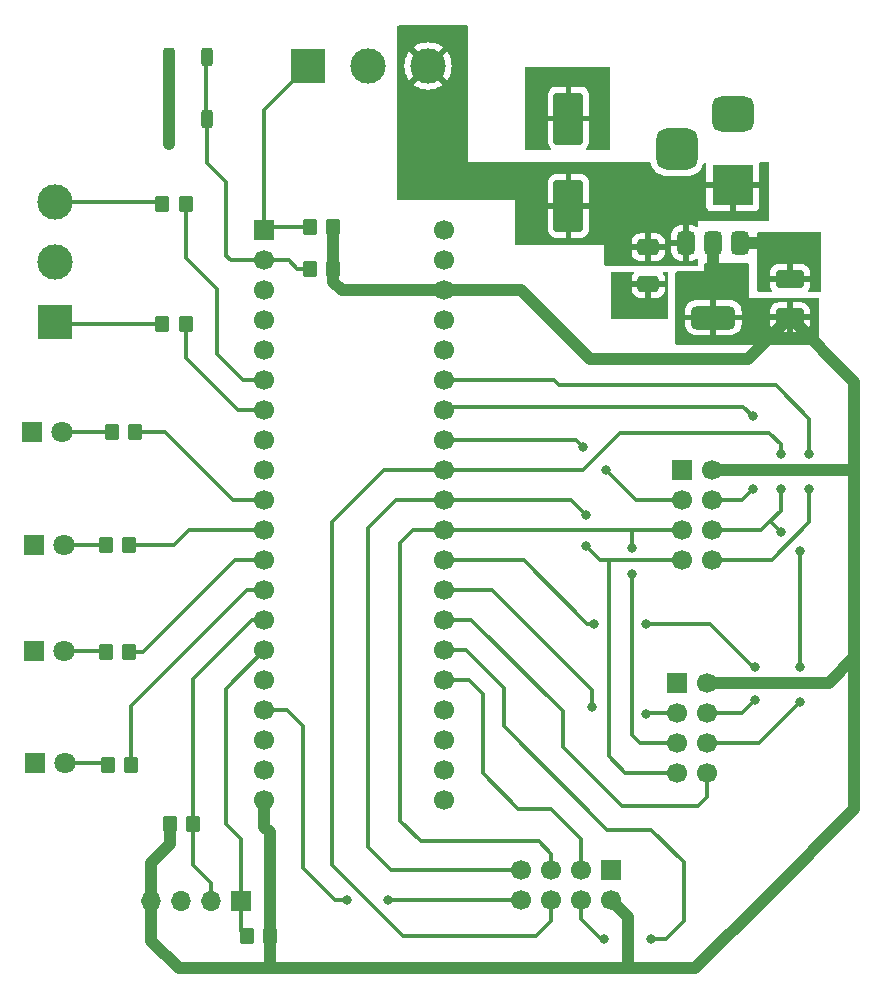
<source format=gtl>
G04 #@! TF.GenerationSoftware,KiCad,Pcbnew,8.0.5-dirty*
G04 #@! TF.CreationDate,2024-09-27T12:43:59+05:30*
G04 #@! TF.ProjectId,Nodes,4e6f6465-732e-46b6-9963-61645f706362,1.1*
G04 #@! TF.SameCoordinates,Original*
G04 #@! TF.FileFunction,Copper,L1,Top*
G04 #@! TF.FilePolarity,Positive*
%FSLAX46Y46*%
G04 Gerber Fmt 4.6, Leading zero omitted, Abs format (unit mm)*
G04 Created by KiCad (PCBNEW 8.0.5-dirty) date 2024-09-27 12:43:59*
%MOMM*%
%LPD*%
G01*
G04 APERTURE LIST*
G04 Aperture macros list*
%AMRoundRect*
0 Rectangle with rounded corners*
0 $1 Rounding radius*
0 $2 $3 $4 $5 $6 $7 $8 $9 X,Y pos of 4 corners*
0 Add a 4 corners polygon primitive as box body*
4,1,4,$2,$3,$4,$5,$6,$7,$8,$9,$2,$3,0*
0 Add four circle primitives for the rounded corners*
1,1,$1+$1,$2,$3*
1,1,$1+$1,$4,$5*
1,1,$1+$1,$6,$7*
1,1,$1+$1,$8,$9*
0 Add four rect primitives between the rounded corners*
20,1,$1+$1,$2,$3,$4,$5,0*
20,1,$1+$1,$4,$5,$6,$7,0*
20,1,$1+$1,$6,$7,$8,$9,0*
20,1,$1+$1,$8,$9,$2,$3,0*%
G04 Aperture macros list end*
G04 #@! TA.AperFunction,SMDPad,CuDef*
%ADD10RoundRect,0.250000X-0.350000X-0.450000X0.350000X-0.450000X0.350000X0.450000X-0.350000X0.450000X0*%
G04 #@! TD*
G04 #@! TA.AperFunction,SMDPad,CuDef*
%ADD11RoundRect,0.375000X-0.375000X0.625000X-0.375000X-0.625000X0.375000X-0.625000X0.375000X0.625000X0*%
G04 #@! TD*
G04 #@! TA.AperFunction,SMDPad,CuDef*
%ADD12RoundRect,0.500000X-1.400000X0.500000X-1.400000X-0.500000X1.400000X-0.500000X1.400000X0.500000X0*%
G04 #@! TD*
G04 #@! TA.AperFunction,ComponentPad*
%ADD13R,1.700000X1.700000*%
G04 #@! TD*
G04 #@! TA.AperFunction,ComponentPad*
%ADD14C,1.700000*%
G04 #@! TD*
G04 #@! TA.AperFunction,ComponentPad*
%ADD15R,1.800000X1.800000*%
G04 #@! TD*
G04 #@! TA.AperFunction,ComponentPad*
%ADD16C,1.800000*%
G04 #@! TD*
G04 #@! TA.AperFunction,SMDPad,CuDef*
%ADD17RoundRect,0.250000X0.350000X0.450000X-0.350000X0.450000X-0.350000X-0.450000X0.350000X-0.450000X0*%
G04 #@! TD*
G04 #@! TA.AperFunction,SMDPad,CuDef*
%ADD18RoundRect,0.250001X0.924999X-0.499999X0.924999X0.499999X-0.924999X0.499999X-0.924999X-0.499999X0*%
G04 #@! TD*
G04 #@! TA.AperFunction,ComponentPad*
%ADD19O,1.700000X1.700000*%
G04 #@! TD*
G04 #@! TA.AperFunction,SMDPad,CuDef*
%ADD20RoundRect,0.250000X1.000000X-1.950000X1.000000X1.950000X-1.000000X1.950000X-1.000000X-1.950000X0*%
G04 #@! TD*
G04 #@! TA.AperFunction,ComponentPad*
%ADD21R,3.500000X3.500000*%
G04 #@! TD*
G04 #@! TA.AperFunction,ComponentPad*
%ADD22RoundRect,0.750000X-1.000000X0.750000X-1.000000X-0.750000X1.000000X-0.750000X1.000000X0.750000X0*%
G04 #@! TD*
G04 #@! TA.AperFunction,ComponentPad*
%ADD23RoundRect,0.875000X-0.875000X0.875000X-0.875000X-0.875000X0.875000X-0.875000X0.875000X0.875000X0*%
G04 #@! TD*
G04 #@! TA.AperFunction,SMDPad,CuDef*
%ADD24RoundRect,0.250000X-0.650000X0.412500X-0.650000X-0.412500X0.650000X-0.412500X0.650000X0.412500X0*%
G04 #@! TD*
G04 #@! TA.AperFunction,ComponentPad*
%ADD25R,3.000000X3.000000*%
G04 #@! TD*
G04 #@! TA.AperFunction,ComponentPad*
%ADD26C,3.000000*%
G04 #@! TD*
G04 #@! TA.AperFunction,SMDPad,CuDef*
%ADD27RoundRect,0.250000X0.250000X-0.525000X0.250000X0.525000X-0.250000X0.525000X-0.250000X-0.525000X0*%
G04 #@! TD*
G04 #@! TA.AperFunction,ViaPad*
%ADD28C,1.000000*%
G04 #@! TD*
G04 #@! TA.AperFunction,ViaPad*
%ADD29C,0.800000*%
G04 #@! TD*
G04 #@! TA.AperFunction,Conductor*
%ADD30C,1.000000*%
G04 #@! TD*
G04 #@! TA.AperFunction,Conductor*
%ADD31C,0.300000*%
G04 #@! TD*
G04 APERTURE END LIST*
D10*
X123600000Y-77200000D03*
X125600000Y-77200000D03*
D11*
X172550000Y-70350000D03*
X170250000Y-70350000D03*
D12*
X170250000Y-76650000D03*
D11*
X167950000Y-70350000D03*
D13*
X167210500Y-107575000D03*
D14*
X169750500Y-107575000D03*
X167210500Y-110115000D03*
X169750500Y-110115000D03*
X167210500Y-112655000D03*
X169750500Y-112655000D03*
X167210500Y-115195000D03*
X169750500Y-115195000D03*
D13*
X161620000Y-123460000D03*
D14*
X161620000Y-126000000D03*
X159080000Y-123460000D03*
X159080000Y-126000000D03*
X156540000Y-123460000D03*
X156540000Y-126000000D03*
X154000000Y-123460000D03*
X154000000Y-126000000D03*
D13*
X132250000Y-69260000D03*
D14*
X132250000Y-71800000D03*
X132250000Y-74340000D03*
X132250000Y-76880000D03*
X132250000Y-79420000D03*
X132250000Y-81960000D03*
X132250000Y-84500000D03*
X132250000Y-87040000D03*
X132250000Y-89580000D03*
X132250000Y-92120000D03*
X132250000Y-94660000D03*
X132250000Y-97200000D03*
X132250000Y-99740000D03*
X132250000Y-102280000D03*
X132250000Y-104820000D03*
X132250000Y-107360000D03*
X132250000Y-109900000D03*
X132250000Y-112440000D03*
X132250000Y-114980000D03*
X132250000Y-117520000D03*
X147490000Y-117520000D03*
X147490000Y-114980000D03*
X147490000Y-112440000D03*
X147490000Y-109900000D03*
X147490000Y-107360000D03*
X147490000Y-104820000D03*
X147490000Y-102280000D03*
X147490000Y-99740000D03*
X147490000Y-97200000D03*
X147490000Y-94660000D03*
X147490000Y-92120000D03*
X147490000Y-89580000D03*
X147490000Y-87040000D03*
X147490000Y-84500000D03*
X147490000Y-81960000D03*
X147490000Y-79420000D03*
X147490000Y-76880000D03*
X147490000Y-74340000D03*
X147490000Y-71800000D03*
X147490000Y-69260000D03*
D10*
X130750000Y-129000000D03*
X132750000Y-129000000D03*
D15*
X112780000Y-104880000D03*
D16*
X115320000Y-104880000D03*
D17*
X126250000Y-119500000D03*
X124250000Y-119500000D03*
D13*
X167610500Y-89580000D03*
D14*
X170150500Y-89580000D03*
X167610500Y-92120000D03*
X170150500Y-92120000D03*
X167610500Y-94660000D03*
X170150500Y-94660000D03*
X167610500Y-97200000D03*
X170150500Y-97200000D03*
D18*
X176750000Y-76625000D03*
X176750000Y-73375000D03*
D15*
X112780000Y-95880000D03*
D16*
X115320000Y-95880000D03*
D13*
X130300000Y-126025000D03*
D19*
X127760000Y-126025000D03*
X125220000Y-126025000D03*
X122680000Y-126025000D03*
D10*
X138100000Y-72500000D03*
X136100000Y-72500000D03*
D17*
X121000000Y-114500000D03*
X119000000Y-114500000D03*
D20*
X158000000Y-59800000D03*
X158000000Y-67200000D03*
D21*
X171900000Y-65400000D03*
D22*
X171900000Y-59400000D03*
D23*
X167200000Y-62400000D03*
D17*
X120820000Y-95880000D03*
X118820000Y-95880000D03*
D24*
X164750000Y-70687500D03*
X164750000Y-73812500D03*
D10*
X123600000Y-67000000D03*
X125600000Y-67000000D03*
D17*
X120820000Y-105000000D03*
X118820000Y-105000000D03*
D15*
X112820000Y-114380000D03*
D16*
X115360000Y-114380000D03*
D25*
X135950000Y-55350000D03*
D26*
X141030000Y-55350000D03*
X146110000Y-55350000D03*
D25*
X114500000Y-77000000D03*
D26*
X114500000Y-71920000D03*
X114500000Y-66840000D03*
D17*
X121320000Y-86380000D03*
X119320000Y-86380000D03*
D15*
X112545000Y-86380000D03*
D16*
X115085000Y-86380000D03*
D27*
X124200000Y-59850000D03*
X124200000Y-54600000D03*
X127400000Y-59850000D03*
X127400000Y-54600000D03*
D10*
X138100000Y-69000000D03*
X136100000Y-69000000D03*
D28*
X176800000Y-71300000D03*
X178300000Y-70500000D03*
D29*
X124200000Y-61925000D03*
D28*
X155500000Y-61000000D03*
X165000000Y-76000000D03*
X162600000Y-75800000D03*
X158000000Y-56400000D03*
X175000000Y-70500000D03*
X162500000Y-74000000D03*
X160500000Y-61000000D03*
D29*
X159500000Y-93400000D03*
X159500000Y-96000000D03*
X163400000Y-98400000D03*
X163400000Y-96200000D03*
X161200000Y-89600000D03*
X159200000Y-87600000D03*
X173600000Y-85000000D03*
X173600000Y-91200000D03*
X177600000Y-96400000D03*
X176000000Y-88200000D03*
X176000000Y-91200000D03*
X177600000Y-109200000D03*
X176000000Y-94800000D03*
X177600000Y-106200000D03*
X178400000Y-88200000D03*
X178400000Y-91200000D03*
X160000000Y-109600000D03*
X164600000Y-110200000D03*
X173800000Y-109000000D03*
X160200000Y-102600000D03*
X173800000Y-106200000D03*
X164600000Y-102600000D03*
X139250000Y-126000000D03*
X142750000Y-126000000D03*
X161000000Y-129250000D03*
X165000000Y-129250000D03*
D30*
X124200000Y-61962500D02*
X124200000Y-60087500D01*
X124200000Y-59850000D02*
X124200000Y-54600000D01*
X174850000Y-70350000D02*
X175000000Y-70500000D01*
D31*
X112680000Y-105080000D02*
X112880000Y-105280000D01*
D30*
X172550000Y-70350000D02*
X174850000Y-70350000D01*
X132750000Y-129000000D02*
X132750000Y-120250000D01*
X159800000Y-80200000D02*
X173175000Y-80200000D01*
X180025000Y-107575000D02*
X182200000Y-105400000D01*
X182200000Y-105400000D02*
X182200000Y-82075000D01*
X182200000Y-82075000D02*
X176750000Y-76625000D01*
X138840000Y-74340000D02*
X138100000Y-73600000D01*
X132250000Y-119750000D02*
X132250000Y-117520000D01*
X168750000Y-131750000D02*
X163000000Y-131750000D01*
X132750000Y-131750000D02*
X132750000Y-129000000D01*
X125000000Y-131750000D02*
X122680000Y-129430000D01*
X174875000Y-125625000D02*
X168750000Y-131750000D01*
X161620000Y-126000000D02*
X163000000Y-127380000D01*
X182200000Y-118300000D02*
X174875000Y-125625000D01*
X170150500Y-89600000D02*
X182200000Y-89600000D01*
X138100000Y-72500000D02*
X138100000Y-69000000D01*
X163000000Y-127380000D02*
X163000000Y-131750000D01*
X153940000Y-74340000D02*
X159800000Y-80200000D01*
X124250000Y-121250000D02*
X124250000Y-119500000D01*
X147490000Y-74340000D02*
X153940000Y-74340000D01*
X132750000Y-131750000D02*
X125000000Y-131750000D01*
X169750500Y-107575000D02*
X180025000Y-107575000D01*
X173175000Y-80200000D02*
X176750000Y-76625000D01*
X138100000Y-73600000D02*
X138100000Y-72500000D01*
X122680000Y-122820000D02*
X124250000Y-121250000D01*
X170250000Y-70350000D02*
X170250000Y-72250000D01*
X122680000Y-126025000D02*
X122680000Y-122820000D01*
X182200000Y-105400000D02*
X182200000Y-118300000D01*
X122680000Y-129430000D02*
X122680000Y-126025000D01*
X163000000Y-131750000D02*
X132750000Y-131750000D01*
X147490000Y-74340000D02*
X138840000Y-74340000D01*
X132750000Y-120250000D02*
X132250000Y-119750000D01*
D31*
X119320000Y-86380000D02*
X115085000Y-86380000D01*
X118820000Y-95880000D02*
X115320000Y-95880000D01*
X118700000Y-104880000D02*
X118820000Y-105000000D01*
X115320000Y-104880000D02*
X118700000Y-104880000D01*
X118880000Y-114380000D02*
X119000000Y-114500000D01*
X115360000Y-114380000D02*
X118880000Y-114380000D01*
X130300000Y-128550000D02*
X130300000Y-126025000D01*
X129000000Y-119500000D02*
X129000000Y-108070000D01*
X129000000Y-108070000D02*
X132250000Y-104820000D01*
X130750000Y-129000000D02*
X130300000Y-128550000D01*
X130300000Y-120800000D02*
X129000000Y-119500000D01*
X130300000Y-120800000D02*
X130300000Y-126025000D01*
X126250000Y-107250000D02*
X131220000Y-102280000D01*
X126250000Y-123000000D02*
X127760000Y-124510000D01*
X126250000Y-119500000D02*
X126250000Y-123000000D01*
X127760000Y-124510000D02*
X127760000Y-126025000D01*
X126250000Y-107250000D02*
X126250000Y-119500000D01*
X131220000Y-102280000D02*
X132250000Y-102280000D01*
X132250000Y-69260000D02*
X132260000Y-69260000D01*
X135900000Y-69000000D02*
X132510000Y-69000000D01*
X132250000Y-69260000D02*
X132250000Y-59050000D01*
X132510000Y-69000000D02*
X132250000Y-69260000D01*
X136100000Y-69200000D02*
X135900000Y-69000000D01*
X132260000Y-69260000D02*
X132500000Y-69500000D01*
X132250000Y-59050000D02*
X135950000Y-55350000D01*
X123600000Y-77200000D02*
X114700000Y-77200000D01*
X114700000Y-77200000D02*
X114500000Y-77000000D01*
X114500000Y-66840000D02*
X123440000Y-66840000D01*
X123440000Y-66840000D02*
X123600000Y-67000000D01*
X125600000Y-71600000D02*
X125600000Y-67000000D01*
X128250000Y-79750000D02*
X128250000Y-74250000D01*
X132250000Y-81960000D02*
X130460000Y-81960000D01*
X128250000Y-74250000D02*
X125600000Y-71600000D01*
X130460000Y-81960000D02*
X128250000Y-79750000D01*
X125650000Y-67000000D02*
X125850000Y-66800000D01*
X123880000Y-86380000D02*
X129620000Y-92120000D01*
X129620000Y-92120000D02*
X132250000Y-92120000D01*
X121320000Y-86380000D02*
X123880000Y-86380000D01*
X124620000Y-95880000D02*
X120820000Y-95880000D01*
X125840000Y-94660000D02*
X124620000Y-95880000D01*
X132250000Y-94660000D02*
X125840000Y-94660000D01*
X132250000Y-97200000D02*
X129800000Y-97200000D01*
X122000000Y-105000000D02*
X120820000Y-105000000D01*
X129800000Y-97200000D02*
X122000000Y-105000000D01*
X121000000Y-109500000D02*
X121000000Y-114500000D01*
X132250000Y-99740000D02*
X130760000Y-99740000D01*
X130760000Y-99740000D02*
X121000000Y-109500000D01*
X161400000Y-113800000D02*
X161400000Y-97200000D01*
X143380000Y-92120000D02*
X141000000Y-94500000D01*
X141000000Y-121500000D02*
X142960000Y-123460000D01*
X141000000Y-94500000D02*
X141000000Y-121500000D01*
X147490000Y-92120000D02*
X143380000Y-92120000D01*
X142960000Y-123460000D02*
X154000000Y-123460000D01*
X158220000Y-92120000D02*
X147490000Y-92120000D01*
X160700000Y-97200000D02*
X167610500Y-97200000D01*
X167210500Y-115195000D02*
X162795000Y-115195000D01*
X159500000Y-96000000D02*
X160700000Y-97200000D01*
X162795000Y-115195000D02*
X161400000Y-113800000D01*
X159500000Y-93400000D02*
X158220000Y-92120000D01*
X143750000Y-119250000D02*
X145500000Y-121000000D01*
X163800000Y-112400000D02*
X163400000Y-112000000D01*
X155500000Y-121000000D02*
X156540000Y-122040000D01*
X147490000Y-94660000D02*
X144840000Y-94660000D01*
X167210500Y-112655000D02*
X164055000Y-112655000D01*
X143750000Y-95750000D02*
X143750000Y-119250000D01*
X163400000Y-94660000D02*
X167610500Y-94660000D01*
X164055000Y-112655000D02*
X163800000Y-112400000D01*
X163400000Y-112000000D02*
X163400000Y-98400000D01*
X145500000Y-121000000D02*
X155500000Y-121000000D01*
X156540000Y-122040000D02*
X156540000Y-123460000D01*
X144840000Y-94660000D02*
X143750000Y-95750000D01*
X163400000Y-96200000D02*
X163400000Y-94660000D01*
X147490000Y-94660000D02*
X163400000Y-94660000D01*
X163720000Y-92120000D02*
X167610500Y-92120000D01*
X161200000Y-89600000D02*
X163720000Y-92120000D01*
X158640000Y-87040000D02*
X159200000Y-87600000D01*
X147490000Y-87040000D02*
X158640000Y-87040000D01*
X147790000Y-84200000D02*
X147490000Y-84500000D01*
X172800000Y-84200000D02*
X147790000Y-84200000D01*
X173600000Y-85000000D02*
X172800000Y-84200000D01*
X172680000Y-92120000D02*
X170150500Y-92120000D01*
X173600000Y-91200000D02*
X172680000Y-92120000D01*
X170150500Y-94660000D02*
X174340000Y-94660000D01*
X156540000Y-127710000D02*
X155250000Y-129000000D01*
X138000000Y-123000000D02*
X138000000Y-94000000D01*
X144000000Y-129000000D02*
X138000000Y-123000000D01*
X174145000Y-112655000D02*
X169750500Y-112655000D01*
X155250000Y-129000000D02*
X144000000Y-129000000D01*
X177600000Y-96400000D02*
X177600000Y-106200000D01*
X174340000Y-94660000D02*
X175100000Y-93900000D01*
X138000000Y-94000000D02*
X142420000Y-89580000D01*
X176000000Y-87400000D02*
X175000000Y-86400000D01*
X142420000Y-89580000D02*
X147490000Y-89580000D01*
X156540000Y-126000000D02*
X156540000Y-127710000D01*
X175100000Y-93900000D02*
X176000000Y-93000000D01*
X176000000Y-93000000D02*
X176000000Y-91200000D01*
X176000000Y-88200000D02*
X176000000Y-87400000D01*
X159220000Y-89580000D02*
X147490000Y-89580000D01*
X175000000Y-86400000D02*
X162400000Y-86400000D01*
X162400000Y-86400000D02*
X159220000Y-89580000D01*
X175100000Y-93900000D02*
X176000000Y-94800000D01*
X177600000Y-109200000D02*
X174145000Y-112655000D01*
X178400000Y-85200000D02*
X178400000Y-88200000D01*
X157200000Y-82400000D02*
X175600000Y-82400000D01*
X175200000Y-97200000D02*
X170150500Y-97200000D01*
X178400000Y-94000000D02*
X175200000Y-97200000D01*
X176000000Y-82800000D02*
X178400000Y-85200000D01*
X156760000Y-81960000D02*
X157200000Y-82400000D01*
X178400000Y-91200000D02*
X178400000Y-94000000D01*
X175600000Y-82400000D02*
X176000000Y-82800000D01*
X147490000Y-81960000D02*
X156760000Y-81960000D01*
X164600000Y-110200000D02*
X164685000Y-110115000D01*
X160000000Y-108200000D02*
X151540000Y-99740000D01*
X151540000Y-99740000D02*
X147490000Y-99740000D01*
X164685000Y-110115000D02*
X167210500Y-110115000D01*
X160000000Y-109600000D02*
X160000000Y-108200000D01*
X147490000Y-97200000D02*
X154200000Y-97200000D01*
X172685000Y-110115000D02*
X173800000Y-109000000D01*
X154200000Y-97200000D02*
X159600000Y-102600000D01*
X173600000Y-106200000D02*
X173800000Y-106200000D01*
X164600000Y-102600000D02*
X170000000Y-102600000D01*
X170000000Y-102600000D02*
X173600000Y-106200000D01*
X159600000Y-102600000D02*
X160200000Y-102600000D01*
X169750500Y-110115000D02*
X172685000Y-110115000D01*
X157500000Y-110000000D02*
X149780000Y-102280000D01*
X162500000Y-118000000D02*
X157500000Y-113000000D01*
X149780000Y-102280000D02*
X147490000Y-102280000D01*
X157500000Y-113000000D02*
X157500000Y-110000000D01*
X169000000Y-118000000D02*
X162500000Y-118000000D01*
X169750500Y-115195000D02*
X169750500Y-117249500D01*
X169750500Y-117249500D02*
X169000000Y-118000000D01*
X125600000Y-80100000D02*
X130000000Y-84500000D01*
X125600000Y-77200000D02*
X125600000Y-80100000D01*
X130000000Y-84500000D02*
X132250000Y-84500000D01*
X132250000Y-107360000D02*
X132290000Y-107400000D01*
X135500000Y-111250000D02*
X134150000Y-109900000D01*
X138250000Y-126000000D02*
X135500000Y-123250000D01*
X142750000Y-126000000D02*
X154000000Y-126000000D01*
X135500000Y-123250000D02*
X135500000Y-111250000D01*
X134150000Y-109900000D02*
X132250000Y-109900000D01*
X139250000Y-126000000D02*
X138250000Y-126000000D01*
X165000000Y-120000000D02*
X161250000Y-120000000D01*
X161250000Y-120000000D02*
X152500000Y-111250000D01*
X149320000Y-104820000D02*
X147490000Y-104820000D01*
X167750000Y-127750000D02*
X167750000Y-122750000D01*
X160750000Y-129250000D02*
X161000000Y-129250000D01*
X165000000Y-129250000D02*
X166250000Y-129250000D01*
X166250000Y-129250000D02*
X167750000Y-127750000D01*
X159080000Y-127580000D02*
X160750000Y-129250000D01*
X167750000Y-122750000D02*
X165000000Y-120000000D01*
X159080000Y-126000000D02*
X159080000Y-127580000D01*
X152500000Y-108000000D02*
X149320000Y-104820000D01*
X152500000Y-111250000D02*
X152500000Y-108000000D01*
X153750000Y-118250000D02*
X156500000Y-118250000D01*
X149610000Y-107360000D02*
X150750000Y-108500000D01*
X150750000Y-108500000D02*
X150750000Y-115250000D01*
X150750000Y-115250000D02*
X153750000Y-118250000D01*
X156500000Y-118250000D02*
X159080000Y-120830000D01*
X159080000Y-120830000D02*
X159080000Y-123460000D01*
X147490000Y-107360000D02*
X149610000Y-107360000D01*
X129400000Y-71800000D02*
X129000000Y-71400000D01*
X127400000Y-63600000D02*
X127400000Y-59850000D01*
X136100000Y-72500000D02*
X135000000Y-72500000D01*
X132250000Y-71800000D02*
X129400000Y-71800000D01*
X129000000Y-65200000D02*
X127400000Y-63600000D01*
X127300000Y-54600000D02*
X127300000Y-59850000D01*
X129000000Y-71400000D02*
X129000000Y-65200000D01*
X134300000Y-71800000D02*
X132250000Y-71800000D01*
X135000000Y-72500000D02*
X134300000Y-71800000D01*
G04 #@! TA.AperFunction,Conductor*
G36*
X179343039Y-69419685D02*
G01*
X179388794Y-69472489D01*
X179400000Y-69524000D01*
X179400000Y-74376000D01*
X179380315Y-74443039D01*
X179327511Y-74488794D01*
X179276000Y-74500000D01*
X178392865Y-74500000D01*
X178325826Y-74480315D01*
X178280071Y-74427511D01*
X178270127Y-74358353D01*
X178287326Y-74310903D01*
X178359356Y-74194123D01*
X178359358Y-74194118D01*
X178414505Y-74027696D01*
X178414506Y-74027689D01*
X178424999Y-73924985D01*
X178425000Y-73924972D01*
X178425000Y-73625000D01*
X175075000Y-73625000D01*
X175075000Y-73924985D01*
X175085493Y-74027689D01*
X175085494Y-74027696D01*
X175140641Y-74194118D01*
X175140643Y-74194123D01*
X175212674Y-74310903D01*
X175231114Y-74378296D01*
X175210191Y-74444959D01*
X175156549Y-74489729D01*
X175107135Y-74500000D01*
X174124000Y-74500000D01*
X174056961Y-74480315D01*
X174011206Y-74427511D01*
X174000000Y-74376000D01*
X174000000Y-72825014D01*
X175075000Y-72825014D01*
X175075000Y-73125000D01*
X176500000Y-73125000D01*
X177000000Y-73125000D01*
X178425000Y-73125000D01*
X178425000Y-72825027D01*
X178424999Y-72825014D01*
X178414506Y-72722310D01*
X178414505Y-72722303D01*
X178359358Y-72555881D01*
X178359356Y-72555876D01*
X178267315Y-72406655D01*
X178143344Y-72282684D01*
X177994123Y-72190643D01*
X177994118Y-72190641D01*
X177827696Y-72135494D01*
X177827689Y-72135493D01*
X177724985Y-72125000D01*
X177000000Y-72125000D01*
X177000000Y-73125000D01*
X176500000Y-73125000D01*
X176500000Y-72125000D01*
X175775014Y-72125000D01*
X175672310Y-72135493D01*
X175672303Y-72135494D01*
X175505881Y-72190641D01*
X175505876Y-72190643D01*
X175356655Y-72282684D01*
X175232684Y-72406655D01*
X175140643Y-72555876D01*
X175140641Y-72555881D01*
X175085494Y-72722303D01*
X175085493Y-72722310D01*
X175075000Y-72825014D01*
X174000000Y-72825014D01*
X174000000Y-69524000D01*
X174019685Y-69456961D01*
X174072489Y-69411206D01*
X174124000Y-69400000D01*
X179276000Y-69400000D01*
X179343039Y-69419685D01*
G37*
G04 #@! TD.AperFunction*
G04 #@! TA.AperFunction,Conductor*
G36*
X161443039Y-55419685D02*
G01*
X161488794Y-55472489D01*
X161500000Y-55524000D01*
X161500000Y-62376000D01*
X161480315Y-62443039D01*
X161427511Y-62488794D01*
X161376000Y-62500000D01*
X159610023Y-62500000D01*
X159542984Y-62480315D01*
X159497229Y-62427511D01*
X159487285Y-62358353D01*
X159516310Y-62294797D01*
X159522342Y-62288319D01*
X159592315Y-62218345D01*
X159684356Y-62069124D01*
X159684358Y-62069119D01*
X159739505Y-61902697D01*
X159739506Y-61902690D01*
X159749999Y-61799986D01*
X159750000Y-61799973D01*
X159750000Y-60050000D01*
X156250001Y-60050000D01*
X156250001Y-61799986D01*
X156260494Y-61902697D01*
X156315641Y-62069119D01*
X156315643Y-62069124D01*
X156407684Y-62218345D01*
X156477658Y-62288319D01*
X156511143Y-62349642D01*
X156506159Y-62419334D01*
X156464287Y-62475267D01*
X156398823Y-62499684D01*
X156389977Y-62500000D01*
X154424000Y-62500000D01*
X154356961Y-62480315D01*
X154311206Y-62427511D01*
X154300000Y-62376000D01*
X154300000Y-57800013D01*
X156250000Y-57800013D01*
X156250000Y-59550000D01*
X157750000Y-59550000D01*
X158250000Y-59550000D01*
X159749999Y-59550000D01*
X159749999Y-57800028D01*
X159749998Y-57800013D01*
X159739505Y-57697302D01*
X159684358Y-57530880D01*
X159684356Y-57530875D01*
X159592315Y-57381654D01*
X159468345Y-57257684D01*
X159319124Y-57165643D01*
X159319119Y-57165641D01*
X159152697Y-57110494D01*
X159152690Y-57110493D01*
X159049986Y-57100000D01*
X158250000Y-57100000D01*
X158250000Y-59550000D01*
X157750000Y-59550000D01*
X157750000Y-57100000D01*
X156950028Y-57100000D01*
X156950012Y-57100001D01*
X156847302Y-57110494D01*
X156680880Y-57165641D01*
X156680875Y-57165643D01*
X156531654Y-57257684D01*
X156407684Y-57381654D01*
X156315643Y-57530875D01*
X156315641Y-57530880D01*
X156260494Y-57697302D01*
X156260493Y-57697309D01*
X156250000Y-57800013D01*
X154300000Y-57800013D01*
X154300000Y-55524000D01*
X154319685Y-55456961D01*
X154372489Y-55411206D01*
X154424000Y-55400000D01*
X161376000Y-55400000D01*
X161443039Y-55419685D01*
G37*
G04 #@! TD.AperFunction*
G04 #@! TA.AperFunction,Conductor*
G36*
X149443039Y-51919685D02*
G01*
X149488794Y-51972489D01*
X149500000Y-52024000D01*
X149500000Y-63500000D01*
X153700000Y-63500000D01*
X153700000Y-66700000D01*
X143624000Y-66700000D01*
X143556961Y-66680315D01*
X143511206Y-66627511D01*
X143500000Y-66576000D01*
X143500000Y-55349998D01*
X144104891Y-55349998D01*
X144104891Y-55350001D01*
X144125300Y-55635362D01*
X144186109Y-55914895D01*
X144286091Y-56182958D01*
X144423191Y-56434038D01*
X144423196Y-56434046D01*
X144529882Y-56576561D01*
X144529883Y-56576562D01*
X145424767Y-55681677D01*
X145436497Y-55709995D01*
X145519670Y-55834472D01*
X145625528Y-55940330D01*
X145750005Y-56023503D01*
X145778320Y-56035231D01*
X144883436Y-56930115D01*
X145025960Y-57036807D01*
X145025961Y-57036808D01*
X145277042Y-57173908D01*
X145277041Y-57173908D01*
X145545104Y-57273890D01*
X145824637Y-57334699D01*
X146109999Y-57355109D01*
X146110001Y-57355109D01*
X146395362Y-57334699D01*
X146674895Y-57273890D01*
X146942958Y-57173908D01*
X147194047Y-57036803D01*
X147336561Y-56930116D01*
X147336562Y-56930115D01*
X146441679Y-56035231D01*
X146469995Y-56023503D01*
X146594472Y-55940330D01*
X146700330Y-55834472D01*
X146783503Y-55709995D01*
X146795231Y-55681678D01*
X147690115Y-56576562D01*
X147690116Y-56576561D01*
X147796803Y-56434047D01*
X147933908Y-56182958D01*
X148033890Y-55914895D01*
X148094699Y-55635362D01*
X148115109Y-55350001D01*
X148115109Y-55349998D01*
X148094699Y-55064637D01*
X148033890Y-54785104D01*
X147933908Y-54517041D01*
X147796808Y-54265961D01*
X147796807Y-54265960D01*
X147690115Y-54123436D01*
X146795231Y-55018320D01*
X146783503Y-54990005D01*
X146700330Y-54865528D01*
X146594472Y-54759670D01*
X146469995Y-54676497D01*
X146441678Y-54664767D01*
X147336562Y-53769883D01*
X147336561Y-53769882D01*
X147194046Y-53663196D01*
X147194038Y-53663191D01*
X146942957Y-53526091D01*
X146942958Y-53526091D01*
X146674895Y-53426109D01*
X146395362Y-53365300D01*
X146110001Y-53344891D01*
X146109999Y-53344891D01*
X145824637Y-53365300D01*
X145545104Y-53426109D01*
X145277041Y-53526091D01*
X145025961Y-53663191D01*
X145025953Y-53663196D01*
X144883437Y-53769882D01*
X144883436Y-53769883D01*
X145778321Y-54664767D01*
X145750005Y-54676497D01*
X145625528Y-54759670D01*
X145519670Y-54865528D01*
X145436497Y-54990005D01*
X145424768Y-55018321D01*
X144529883Y-54123436D01*
X144529882Y-54123437D01*
X144423196Y-54265953D01*
X144423191Y-54265961D01*
X144286091Y-54517041D01*
X144186109Y-54785104D01*
X144125300Y-55064637D01*
X144104891Y-55349998D01*
X143500000Y-55349998D01*
X143500000Y-52051362D01*
X143519685Y-51984323D01*
X143536319Y-51963681D01*
X143563681Y-51936319D01*
X143625004Y-51902834D01*
X143651362Y-51900000D01*
X149376000Y-51900000D01*
X149443039Y-51919685D01*
G37*
G04 #@! TD.AperFunction*
G04 #@! TA.AperFunction,Conductor*
G36*
X164932250Y-63519685D02*
G01*
X164978005Y-63572489D01*
X164986955Y-63600455D01*
X164996753Y-63651120D01*
X165079425Y-63870189D01*
X165197929Y-64072131D01*
X165197934Y-64072138D01*
X165348856Y-64251141D01*
X165348858Y-64251143D01*
X165527861Y-64402065D01*
X165527868Y-64402070D01*
X165729810Y-64520574D01*
X165948874Y-64603245D01*
X166178759Y-64647705D01*
X166231378Y-64650500D01*
X166231386Y-64650500D01*
X168168614Y-64650500D01*
X168168622Y-64650500D01*
X168221241Y-64647705D01*
X168451126Y-64603245D01*
X168670190Y-64520574D01*
X168872132Y-64402070D01*
X169051142Y-64251142D01*
X169202070Y-64072132D01*
X169320574Y-63870190D01*
X169403245Y-63651126D01*
X169404256Y-63645901D01*
X169436311Y-63583818D01*
X169496841Y-63548921D01*
X169566630Y-63552289D01*
X169623519Y-63592853D01*
X169649446Y-63657734D01*
X169650000Y-63669444D01*
X169650000Y-65150000D01*
X170466988Y-65150000D01*
X170434075Y-65207007D01*
X170400000Y-65334174D01*
X170400000Y-65465826D01*
X170434075Y-65592993D01*
X170466988Y-65650000D01*
X169650000Y-65650000D01*
X169650000Y-67197844D01*
X169656401Y-67257372D01*
X169656403Y-67257379D01*
X169706645Y-67392086D01*
X169706649Y-67392093D01*
X169792809Y-67507187D01*
X169792812Y-67507190D01*
X169907906Y-67593350D01*
X169907913Y-67593354D01*
X170042620Y-67643596D01*
X170042627Y-67643598D01*
X170102155Y-67649999D01*
X170102172Y-67650000D01*
X171650000Y-67650000D01*
X171650000Y-65900000D01*
X172150000Y-65900000D01*
X172150000Y-67650000D01*
X173697828Y-67650000D01*
X173697844Y-67649999D01*
X173757372Y-67643598D01*
X173757379Y-67643596D01*
X173892086Y-67593354D01*
X173892093Y-67593350D01*
X174007187Y-67507190D01*
X174007190Y-67507187D01*
X174093350Y-67392093D01*
X174093354Y-67392086D01*
X174143596Y-67257379D01*
X174143598Y-67257372D01*
X174149999Y-67197844D01*
X174150000Y-67197827D01*
X174150000Y-65650000D01*
X173333012Y-65650000D01*
X173365925Y-65592993D01*
X173400000Y-65465826D01*
X173400000Y-65334174D01*
X173365925Y-65207007D01*
X173333012Y-65150000D01*
X174150000Y-65150000D01*
X174150000Y-63624000D01*
X174169685Y-63556961D01*
X174222489Y-63511206D01*
X174274000Y-63500000D01*
X174876000Y-63500000D01*
X174943039Y-63519685D01*
X174988794Y-63572489D01*
X175000000Y-63624000D01*
X175000000Y-68376000D01*
X174980315Y-68443039D01*
X174927511Y-68488794D01*
X174876000Y-68500000D01*
X169000000Y-68500000D01*
X169000000Y-68886172D01*
X168980315Y-68953211D01*
X168927511Y-68998966D01*
X168858353Y-69008910D01*
X168805395Y-68985901D01*
X168804686Y-68987011D01*
X168799022Y-68983390D01*
X168628523Y-68898831D01*
X168443824Y-68852897D01*
X168401097Y-68850000D01*
X168200000Y-68850000D01*
X168200000Y-71850000D01*
X168401097Y-71850000D01*
X168443824Y-71847102D01*
X168628523Y-71801168D01*
X168799022Y-71716609D01*
X168804686Y-71712989D01*
X168805475Y-71714223D01*
X168862895Y-71690521D01*
X168931640Y-71703011D01*
X168982719Y-71750683D01*
X169000000Y-71813827D01*
X169000000Y-72126000D01*
X168980315Y-72193039D01*
X168927511Y-72238794D01*
X168876000Y-72250000D01*
X161124000Y-72250000D01*
X161056961Y-72230315D01*
X161011206Y-72177511D01*
X161000000Y-72126000D01*
X161000000Y-71149986D01*
X163350001Y-71149986D01*
X163360494Y-71252697D01*
X163415641Y-71419119D01*
X163415643Y-71419124D01*
X163507684Y-71568345D01*
X163631654Y-71692315D01*
X163780875Y-71784356D01*
X163780880Y-71784358D01*
X163947302Y-71839505D01*
X163947309Y-71839506D01*
X164050019Y-71849999D01*
X164499999Y-71849999D01*
X165000000Y-71849999D01*
X165449972Y-71849999D01*
X165449986Y-71849998D01*
X165552697Y-71839505D01*
X165719119Y-71784358D01*
X165719124Y-71784356D01*
X165868345Y-71692315D01*
X165992315Y-71568345D01*
X166084356Y-71419124D01*
X166084358Y-71419119D01*
X166139505Y-71252697D01*
X166139506Y-71252690D01*
X166149999Y-71149986D01*
X166150000Y-71149973D01*
X166150000Y-71051096D01*
X166700000Y-71051096D01*
X166702897Y-71093824D01*
X166748831Y-71278523D01*
X166833390Y-71449022D01*
X166833392Y-71449025D01*
X166952632Y-71597366D01*
X166952633Y-71597367D01*
X167100974Y-71716607D01*
X167100977Y-71716609D01*
X167271476Y-71801168D01*
X167456175Y-71847102D01*
X167498903Y-71850000D01*
X167700000Y-71850000D01*
X167700000Y-70600000D01*
X166700000Y-70600000D01*
X166700000Y-71051096D01*
X166150000Y-71051096D01*
X166150000Y-70937500D01*
X165000000Y-70937500D01*
X165000000Y-71849999D01*
X164499999Y-71849999D01*
X164500000Y-71849998D01*
X164500000Y-70937500D01*
X163350001Y-70937500D01*
X163350001Y-71149986D01*
X161000000Y-71149986D01*
X161000000Y-70500000D01*
X153624000Y-70500000D01*
X153556961Y-70480315D01*
X153511206Y-70427511D01*
X153500000Y-70376000D01*
X153500000Y-70225013D01*
X163350000Y-70225013D01*
X163350000Y-70437500D01*
X164500000Y-70437500D01*
X165000000Y-70437500D01*
X166149999Y-70437500D01*
X166149999Y-70225028D01*
X166149998Y-70225013D01*
X166139505Y-70122302D01*
X166084358Y-69955880D01*
X166084356Y-69955875D01*
X165992315Y-69806654D01*
X165868345Y-69682684D01*
X165813578Y-69648903D01*
X166700000Y-69648903D01*
X166700000Y-70100000D01*
X167700000Y-70100000D01*
X167700000Y-68850000D01*
X167498903Y-68850000D01*
X167456175Y-68852897D01*
X167271476Y-68898831D01*
X167100977Y-68983390D01*
X167100974Y-68983392D01*
X166952633Y-69102632D01*
X166952632Y-69102633D01*
X166833392Y-69250974D01*
X166833390Y-69250977D01*
X166748831Y-69421476D01*
X166702897Y-69606175D01*
X166700000Y-69648903D01*
X165813578Y-69648903D01*
X165719124Y-69590643D01*
X165719119Y-69590641D01*
X165552697Y-69535494D01*
X165552690Y-69535493D01*
X165449986Y-69525000D01*
X165000000Y-69525000D01*
X165000000Y-70437500D01*
X164500000Y-70437500D01*
X164500000Y-69525000D01*
X164050028Y-69525000D01*
X164050012Y-69525001D01*
X163947302Y-69535494D01*
X163780880Y-69590641D01*
X163780875Y-69590643D01*
X163631654Y-69682684D01*
X163507684Y-69806654D01*
X163415643Y-69955875D01*
X163415641Y-69955880D01*
X163360494Y-70122302D01*
X163360493Y-70122309D01*
X163350000Y-70225013D01*
X153500000Y-70225013D01*
X153500000Y-69199986D01*
X156250001Y-69199986D01*
X156260494Y-69302697D01*
X156315641Y-69469119D01*
X156315643Y-69469124D01*
X156407684Y-69618345D01*
X156531654Y-69742315D01*
X156680875Y-69834356D01*
X156680880Y-69834358D01*
X156847302Y-69889505D01*
X156847309Y-69889506D01*
X156950019Y-69899999D01*
X157749999Y-69899999D01*
X158250000Y-69899999D01*
X159049972Y-69899999D01*
X159049986Y-69899998D01*
X159152697Y-69889505D01*
X159319119Y-69834358D01*
X159319124Y-69834356D01*
X159468345Y-69742315D01*
X159592315Y-69618345D01*
X159684356Y-69469124D01*
X159684358Y-69469119D01*
X159739505Y-69302697D01*
X159739506Y-69302690D01*
X159749999Y-69199986D01*
X159750000Y-69199973D01*
X159750000Y-67450000D01*
X158250000Y-67450000D01*
X158250000Y-69899999D01*
X157749999Y-69899999D01*
X157750000Y-69899998D01*
X157750000Y-67450000D01*
X156250001Y-67450000D01*
X156250001Y-69199986D01*
X153500000Y-69199986D01*
X153500000Y-66700000D01*
X153500000Y-65200013D01*
X156250000Y-65200013D01*
X156250000Y-66950000D01*
X157750000Y-66950000D01*
X158250000Y-66950000D01*
X159749999Y-66950000D01*
X159749999Y-65200028D01*
X159749998Y-65200013D01*
X159739505Y-65097302D01*
X159684358Y-64930880D01*
X159684356Y-64930875D01*
X159592315Y-64781654D01*
X159468345Y-64657684D01*
X159319124Y-64565643D01*
X159319119Y-64565641D01*
X159152697Y-64510494D01*
X159152690Y-64510493D01*
X159049986Y-64500000D01*
X158250000Y-64500000D01*
X158250000Y-66950000D01*
X157750000Y-66950000D01*
X157750000Y-64500000D01*
X156950028Y-64500000D01*
X156950012Y-64500001D01*
X156847302Y-64510494D01*
X156680880Y-64565641D01*
X156680875Y-64565643D01*
X156531654Y-64657684D01*
X156407684Y-64781654D01*
X156315643Y-64930875D01*
X156315641Y-64930880D01*
X156260494Y-65097302D01*
X156260493Y-65097309D01*
X156250000Y-65200013D01*
X153500000Y-65200013D01*
X153500000Y-63500000D01*
X164865211Y-63500000D01*
X164932250Y-63519685D01*
G37*
G04 #@! TD.AperFunction*
G04 #@! TA.AperFunction,Conductor*
G36*
X163461201Y-72775185D02*
G01*
X163506956Y-72827989D01*
X163516900Y-72897147D01*
X163499701Y-72944597D01*
X163415643Y-73080875D01*
X163415641Y-73080880D01*
X163360494Y-73247302D01*
X163360493Y-73247309D01*
X163350000Y-73350013D01*
X163350000Y-73562500D01*
X166149999Y-73562500D01*
X166149999Y-73350028D01*
X166149998Y-73350013D01*
X166139505Y-73247302D01*
X166084358Y-73080880D01*
X166084356Y-73080875D01*
X166000299Y-72944597D01*
X165981859Y-72877204D01*
X166002782Y-72810541D01*
X166056424Y-72765771D01*
X166105838Y-72755500D01*
X166276000Y-72755500D01*
X166343039Y-72775185D01*
X166388794Y-72827989D01*
X166400000Y-72879500D01*
X166400000Y-76676000D01*
X166380315Y-76743039D01*
X166327511Y-76788794D01*
X166276000Y-76800000D01*
X161724000Y-76800000D01*
X161656961Y-76780315D01*
X161611206Y-76727511D01*
X161600000Y-76676000D01*
X161600000Y-74274986D01*
X163350001Y-74274986D01*
X163360494Y-74377697D01*
X163415641Y-74544119D01*
X163415643Y-74544124D01*
X163507684Y-74693345D01*
X163631654Y-74817315D01*
X163780875Y-74909356D01*
X163780880Y-74909358D01*
X163947302Y-74964505D01*
X163947309Y-74964506D01*
X164050019Y-74974999D01*
X164499999Y-74974999D01*
X165000000Y-74974999D01*
X165449972Y-74974999D01*
X165449986Y-74974998D01*
X165552697Y-74964505D01*
X165719119Y-74909358D01*
X165719124Y-74909356D01*
X165868345Y-74817315D01*
X165992315Y-74693345D01*
X166084356Y-74544124D01*
X166084358Y-74544119D01*
X166139505Y-74377697D01*
X166139506Y-74377690D01*
X166149999Y-74274986D01*
X166150000Y-74274973D01*
X166150000Y-74062500D01*
X165000000Y-74062500D01*
X165000000Y-74974999D01*
X164499999Y-74974999D01*
X164500000Y-74974998D01*
X164500000Y-74062500D01*
X163350001Y-74062500D01*
X163350001Y-74274986D01*
X161600000Y-74274986D01*
X161600000Y-72879500D01*
X161619685Y-72812461D01*
X161672489Y-72766706D01*
X161724000Y-72755500D01*
X163394162Y-72755500D01*
X163461201Y-72775185D01*
G37*
G04 #@! TD.AperFunction*
G04 #@! TA.AperFunction,Conductor*
G36*
X173193039Y-72019685D02*
G01*
X173238794Y-72072489D01*
X173250000Y-72124000D01*
X173250000Y-75000000D01*
X179126000Y-75000000D01*
X179193039Y-75019685D01*
X179238794Y-75072489D01*
X179250000Y-75124000D01*
X179250000Y-78876000D01*
X179230315Y-78943039D01*
X179177511Y-78988794D01*
X179126000Y-79000000D01*
X167174000Y-79000000D01*
X167106961Y-78980315D01*
X167061206Y-78927511D01*
X167050000Y-78876000D01*
X167050000Y-77208000D01*
X167850000Y-77208000D01*
X167860608Y-77327325D01*
X167860609Y-77327328D01*
X167916557Y-77522861D01*
X168010721Y-77703129D01*
X168139246Y-77860753D01*
X168296870Y-77989278D01*
X168477138Y-78083442D01*
X168672671Y-78139390D01*
X168672674Y-78139391D01*
X168791999Y-78149999D01*
X168792002Y-78150000D01*
X170000000Y-78150000D01*
X170500000Y-78150000D01*
X171707998Y-78150000D01*
X171708000Y-78149999D01*
X171827325Y-78139391D01*
X171827328Y-78139390D01*
X172022861Y-78083442D01*
X172203129Y-77989278D01*
X172360753Y-77860753D01*
X172489278Y-77703129D01*
X172583442Y-77522861D01*
X172639390Y-77327328D01*
X172639391Y-77327325D01*
X172649999Y-77208000D01*
X172650000Y-77207998D01*
X172650000Y-77174985D01*
X175075000Y-77174985D01*
X175085493Y-77277689D01*
X175085494Y-77277696D01*
X175140641Y-77444118D01*
X175140643Y-77444123D01*
X175232684Y-77593344D01*
X175356655Y-77717315D01*
X175505876Y-77809356D01*
X175505881Y-77809358D01*
X175672303Y-77864505D01*
X175672310Y-77864506D01*
X175775014Y-77874999D01*
X175775027Y-77875000D01*
X176500000Y-77875000D01*
X177000000Y-77875000D01*
X177724973Y-77875000D01*
X177724985Y-77874999D01*
X177827689Y-77864506D01*
X177827696Y-77864505D01*
X177994118Y-77809358D01*
X177994123Y-77809356D01*
X178143344Y-77717315D01*
X178267315Y-77593344D01*
X178359356Y-77444123D01*
X178359358Y-77444118D01*
X178414505Y-77277696D01*
X178414506Y-77277689D01*
X178424999Y-77174985D01*
X178425000Y-77174972D01*
X178425000Y-76875000D01*
X177000000Y-76875000D01*
X177000000Y-77875000D01*
X176500000Y-77875000D01*
X176500000Y-76875000D01*
X175075000Y-76875000D01*
X175075000Y-77174985D01*
X172650000Y-77174985D01*
X172650000Y-76900000D01*
X170500000Y-76900000D01*
X170500000Y-78150000D01*
X170000000Y-78150000D01*
X170000000Y-76900000D01*
X167850000Y-76900000D01*
X167850000Y-77208000D01*
X167050000Y-77208000D01*
X167050000Y-76091999D01*
X167850000Y-76091999D01*
X167850000Y-76400000D01*
X170000000Y-76400000D01*
X170500000Y-76400000D01*
X172650000Y-76400000D01*
X172650000Y-76092002D01*
X172649999Y-76091999D01*
X172648489Y-76075014D01*
X175075000Y-76075014D01*
X175075000Y-76375000D01*
X176500000Y-76375000D01*
X177000000Y-76375000D01*
X178425000Y-76375000D01*
X178425000Y-76075027D01*
X178424999Y-76075014D01*
X178414506Y-75972310D01*
X178414505Y-75972303D01*
X178359358Y-75805881D01*
X178359356Y-75805876D01*
X178267315Y-75656655D01*
X178143344Y-75532684D01*
X177994123Y-75440643D01*
X177994118Y-75440641D01*
X177827696Y-75385494D01*
X177827689Y-75385493D01*
X177724985Y-75375000D01*
X177000000Y-75375000D01*
X177000000Y-76375000D01*
X176500000Y-76375000D01*
X176500000Y-75375000D01*
X175775014Y-75375000D01*
X175672310Y-75385493D01*
X175672303Y-75385494D01*
X175505881Y-75440641D01*
X175505876Y-75440643D01*
X175356655Y-75532684D01*
X175232684Y-75656655D01*
X175140643Y-75805876D01*
X175140641Y-75805881D01*
X175085494Y-75972303D01*
X175085493Y-75972310D01*
X175075000Y-76075014D01*
X172648489Y-76075014D01*
X172639391Y-75972674D01*
X172639390Y-75972671D01*
X172583442Y-75777138D01*
X172489278Y-75596870D01*
X172360753Y-75439246D01*
X172203129Y-75310721D01*
X172022861Y-75216557D01*
X171827328Y-75160609D01*
X171827325Y-75160608D01*
X171708000Y-75150000D01*
X170500000Y-75150000D01*
X170500000Y-76400000D01*
X170000000Y-76400000D01*
X170000000Y-75150000D01*
X168791999Y-75150000D01*
X168672674Y-75160608D01*
X168672671Y-75160609D01*
X168477138Y-75216557D01*
X168296870Y-75310721D01*
X168139246Y-75439246D01*
X168010721Y-75596870D01*
X167916557Y-75777138D01*
X167860609Y-75972671D01*
X167860608Y-75972674D01*
X167850000Y-76091999D01*
X167050000Y-76091999D01*
X167050000Y-72874000D01*
X167069685Y-72806961D01*
X167122489Y-72761206D01*
X167174000Y-72750000D01*
X169500000Y-72750000D01*
X169500000Y-72124000D01*
X169519685Y-72056961D01*
X169572489Y-72011206D01*
X169624000Y-72000000D01*
X173126000Y-72000000D01*
X173193039Y-72019685D01*
G37*
G04 #@! TD.AperFunction*
M02*

</source>
